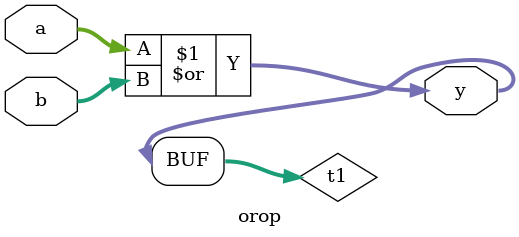
<source format=v>
`timescale 1ns / 1ps
module orop(a, b, y);
    input [7:0] a;
    input [7:0] b;
    output [7:0] y;
wire [7:0] t1;
assign t1 = a | b ;
assign y = t1;

endmodule

</source>
